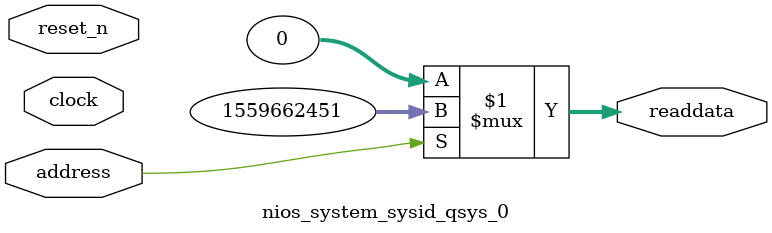
<source format=v>



// synthesis translate_off
`timescale 1ns / 1ps
// synthesis translate_on

// turn off superfluous verilog processor warnings 
// altera message_level Level1 
// altera message_off 10034 10035 10036 10037 10230 10240 10030 

module nios_system_sysid_qsys_0 (
               // inputs:
                address,
                clock,
                reset_n,

               // outputs:
                readdata
             )
;

  output  [ 31: 0] readdata;
  input            address;
  input            clock;
  input            reset_n;

  wire    [ 31: 0] readdata;
  //control_slave, which is an e_avalon_slave
  assign readdata = address ? 1559662451 : 0;

endmodule



</source>
